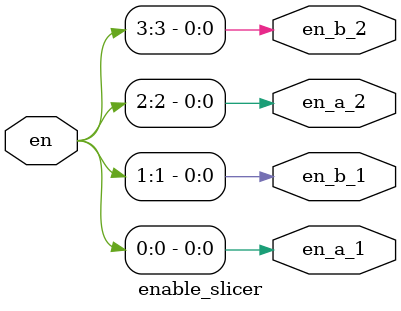
<source format=v>
`timescale 1ns / 1ps

module enable_slicer(
    input [3:0] en,
    output      en_a_1,
    output      en_b_1,
    output      en_a_2,
    output      en_b_2
    );
    
assign en_a_1 = en[0];
assign en_b_1 = en[1];
assign en_a_2 = en[2];
assign en_b_2 = en[3];

endmodule

</source>
